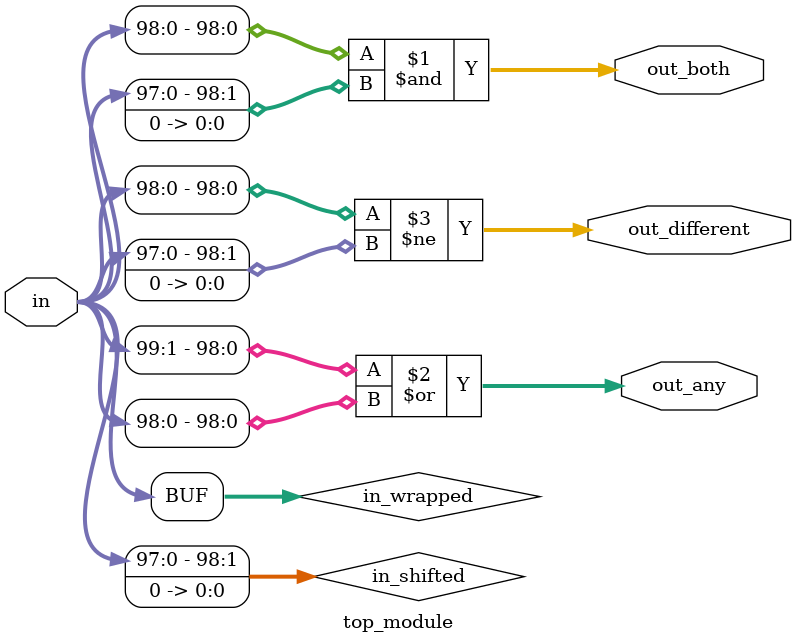
<source format=sv>
module top_module (
  input [99:0] in,
  output [98:0] out_both,
  output [99:1] out_any,
  output [99:0] out_different
);

wire [98:0] in_shifted;
wire [99:0] in_wrapped;

assign in_shifted = {in[98:0], 1'b0};
assign in_wrapped = {in[99], in};

assign out_both = in[98:0] & in_shifted;
assign out_any = in_wrapped[1:99] | in_wrapped[0:98];
assign out_different = in[98:0] != in_shifted;

endmodule

</source>
